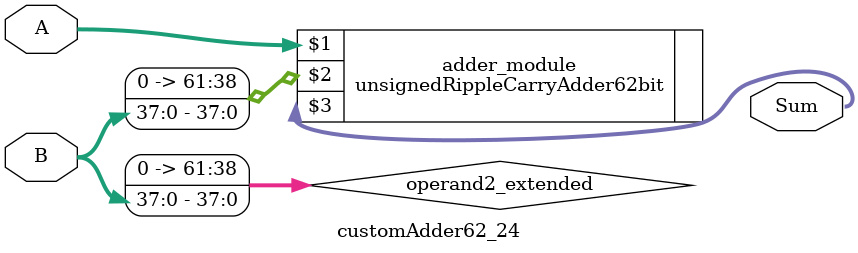
<source format=v>
module customAdder62_24(
                        input [61 : 0] A,
                        input [37 : 0] B,
                        
                        output [62 : 0] Sum
                );

        wire [61 : 0] operand2_extended;
        
        assign operand2_extended =  {24'b0, B};
        
        unsignedRippleCarryAdder62bit adder_module(
            A,
            operand2_extended,
            Sum
        );
        
        endmodule
        
</source>
